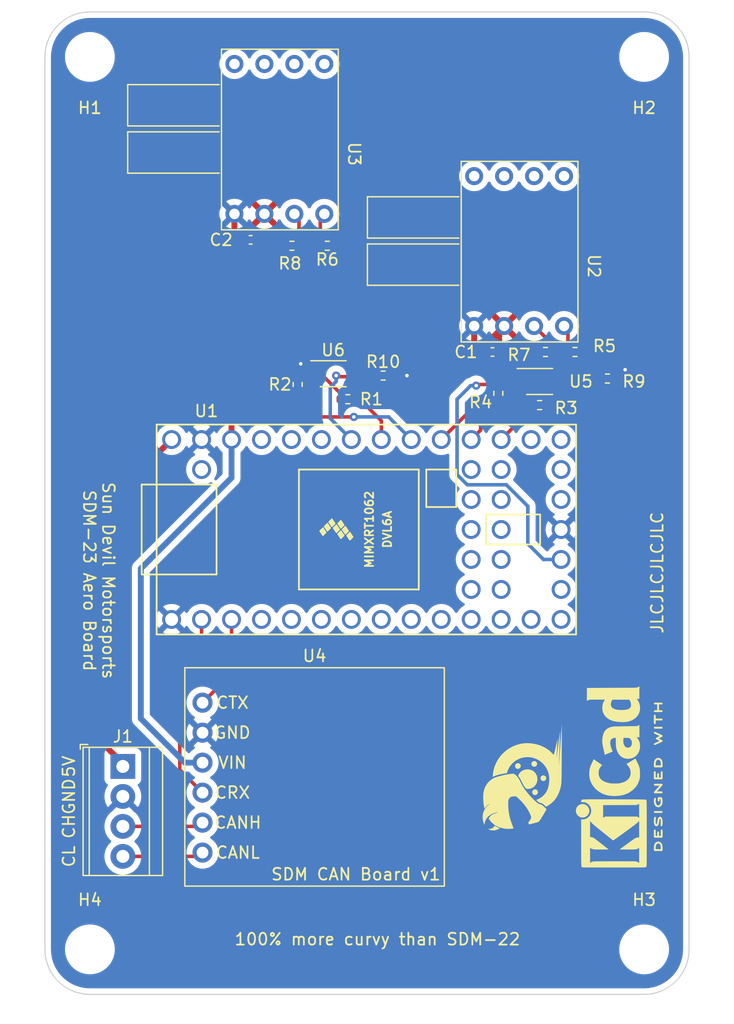
<source format=kicad_pcb>
(kicad_pcb (version 20211014) (generator pcbnew)
  (title_block (title "SDM-23 Aero Board") (date "2023-01-26") (rev "v1"))
  (layers (0 "F.Cu" signal) (31 "B.Cu" signal) (34 "B.Paste" user) (35 "F.Paste" user) (36 "B.SilkS" user "B.Silkscreen") (37 "F.SilkS" user "F.Silkscreen") (38 "B.Mask" user) (39 "F.Mask" user) (44 "Edge.Cuts" user))
  (net 0 "")
  (net 1 "+3.3V")
  (net 2 "GND")
  (net 3 "VCC")
  (net 4 "/CANH")
  (net 5 "/CANL")
  (net 6 "Net-(U1-Pad26)")
  (net 7 "Net-(U1-Pad25)")
  (net 8 "Net-(U1-Pad23)")
  (net 9 "Net-(U1-Pad24)")
  (net 17 "Net-(R5-Pad2)")
  (net 22 "Net-(R6-Pad2)")
  (net 32 "/CTX2")
  (net 33 "/CRX2")
  (net 44 "Net-(R7-Pad2)")
  (net 45 "Net-(R8-Pad2)")
  (net 46 "/OE1")
  (net 47 "/OE0")
  (net 56 "+3V3")
  (footprint "Resistor_SMD:R_0402_1005Metric_Pad0.72x0.64mm_HandSolder" (layer "F.Cu") (at 139.988 94.25)
    (fp_text reference "R10" (at 0 -1.17) (layer "F.SilkS"))
    (fp_text value "10k")
    (pad "1" smd roundrect (at -0.5975 0) (size 0.715 0.64) (layers "F.Cu" "F.Paste" "F.Mask") (net 47 "/OE0"))
    (pad "2" smd roundrect (at 0.5975 0) (size 0.715 0.64) (layers "F.Cu" "F.Paste" "F.Mask") (net 2 "GND"))
  )
  (footprint "SDM:MS4525-DSvoxxxyP" (layer "F.Cu") (at 132.425 74.25 -90)
    (fp_text reference "U3" (at 1.22 -5.11 -90 unlocked) (layer "F.SilkS"))
    (fp_text value "MS4525DO")
    (pad "1" thru_hole circle (at 6.3 5.05 270) (size 1.53 1.53) (drill 0.89) (layers *.Cu *.Mask) (net 2 "GND"))
    (pad "2" thru_hole circle (at 6.3 2.51 270) (size 1.53 1.53) (drill 0.89) (layers *.Cu *.Mask) (net 3 "VCC"))
    (pad "3" thru_hole circle (at 6.3 -0.03 270) (size 1.53 1.53) (drill 0.89) (layers *.Cu *.Mask) (net 45 "Net-(R8-Pad2)"))
    (pad "4" thru_hole circle (at 6.3 -2.57 270) (size 1.53 1.53) (drill 0.89) (layers *.Cu *.Mask) (net 22 "Net-(R6-Pad2)"))
    (pad "5" thru_hole circle (at -6.4 -2.57 270) (size 1.53 1.53) (drill 0.89) (layers *.Cu *.Mask))
    (pad "6" thru_hole circle (at -6.4 -0.03 270) (size 1.53 1.53) (drill 0.89) (layers *.Cu *.Mask))
    (pad "7" thru_hole circle (at -6.4 2.51 270) (size 1.53 1.53) (drill 0.89) (layers *.Cu *.Mask))
    (pad "8" thru_hole circle (at -6.4 5.05 270) (size 1.53 1.53) (drill 0.89) (layers *.Cu *.Mask))
  )
  (footprint "Package_SO:VSSOP-8_2.3x2mm_P0.5mm" (layer "F.Cu") (at 135.75 94.092)
    (fp_text reference "U6" (at 0 -2) (layer "F.SilkS"))
    (fp_text value "TCA9406DC")
    (pad "1" smd rect (at -1.55 -0.75 270) (size 0.3 0.8) (layers "F.Cu" "F.Paste" "F.Mask") (net 45 "Net-(R8-Pad2)"))
    (pad "2" smd rect (at -1.55 -0.25 270) (size 0.3 0.8) (layers "F.Cu" "F.Paste" "F.Mask") (net 2 "GND"))
    (pad "3" smd rect (at -1.55 0.25 270) (size 0.3 0.8) (layers "F.Cu" "F.Paste" "F.Mask") (net 1 "+3.3V"))
    (pad "4" smd rect (at -1.55 0.75 270) (size 0.3 0.8) (layers "F.Cu" "F.Paste" "F.Mask") (net 7 "Net-(U1-Pad25)"))
    (pad "5" smd rect (at 1.55 0.75 270) (size 0.3 0.8) (layers "F.Cu" "F.Paste" "F.Mask") (net 6 "Net-(U1-Pad26)"))
    (pad "6" smd rect (at 1.55 0.25 270) (size 0.3 0.8) (layers "F.Cu" "F.Paste" "F.Mask") (net 47 "/OE0"))
    (pad "7" smd rect (at 1.55 -0.25 270) (size 0.3 0.8) (layers "F.Cu" "F.Paste" "F.Mask") (net 3 "VCC"))
    (pad "8" smd rect (at 1.55 -0.75 270) (size 0.3 0.8) (layers "F.Cu" "F.Paste" "F.Mask") (net 22 "Net-(R6-Pad2)"))
  )
  (footprint "Resistor_SMD:R_0402_1005Metric_Pad0.72x0.64mm_HandSolder" (layer "F.Cu") (at 132.738 95 -90)
    (fp_text reference "R2" (at 0 1.5 180) (layer "F.SilkS"))
    (fp_text value "4.7k")
    (pad "1" smd roundrect (at -0.5975 0 270) (size 0.715 0.64) (layers "F.Cu" "F.Paste" "F.Mask") (net 1 "+3.3V"))
    (pad "2" smd roundrect (at 0.5975 0 270) (size 0.715 0.64) (layers "F.Cu" "F.Paste" "F.Mask") (net 7 "Net-(U1-Pad25)"))
  )
  (footprint "Resistor_SMD:R_0402_1005Metric_Pad0.72x0.64mm_HandSolder" (layer "F.Cu") (at 149.75 95.75 -90)
    (fp_text reference "R4" (at 0.75 1.5 180) (layer "F.SilkS"))
    (fp_text value "4.7k")
    (pad "1" smd roundrect (at -0.5975 0 270) (size 0.715 0.64) (layers "F.Cu" "F.Paste" "F.Mask") (net 56 "+3V3"))
    (pad "2" smd roundrect (at 0.5975 0 270) (size 0.715 0.64) (layers "F.Cu" "F.Paste" "F.Mask") (net 9 "Net-(U1-Pad24)"))
  )
  (footprint "SDM:MS4525-DSvoxxxyP" (layer "F.Cu") (at 152.75 83.75 -90)
    (fp_text reference "U2" (at 1.22 -5.11 -90 unlocked) (layer "F.SilkS"))
    (fp_text value "MS4525DO")
    (pad "1" thru_hole circle (at 6.3 5.05 270) (size 1.53 1.53) (drill 0.89) (layers *.Cu *.Mask) (net 2 "GND"))
    (pad "2" thru_hole circle (at 6.3 2.51 270) (size 1.53 1.53) (drill 0.89) (layers *.Cu *.Mask) (net 3 "VCC"))
    (pad "3" thru_hole circle (at 6.3 -0.03 270) (size 1.53 1.53) (drill 0.89) (layers *.Cu *.Mask) (net 44 "Net-(R7-Pad2)"))
    (pad "4" thru_hole circle (at 6.3 -2.57 270) (size 1.53 1.53) (drill 0.89) (layers *.Cu *.Mask) (net 17 "Net-(R5-Pad2)"))
    (pad "5" thru_hole circle (at -6.4 -2.57 270) (size 1.53 1.53) (drill 0.89) (layers *.Cu *.Mask))
    (pad "6" thru_hole circle (at -6.4 -0.03 270) (size 1.53 1.53) (drill 0.89) (layers *.Cu *.Mask))
    (pad "7" thru_hole circle (at -6.4 2.51 270) (size 1.53 1.53) (drill 0.89) (layers *.Cu *.Mask))
    (pad "8" thru_hole circle (at -6.4 5.05 270) (size 1.53 1.53) (drill 0.89) (layers *.Cu *.Mask))
  )
  (footprint "MountingHole:MountingHole_3.2mm_M3" (layer "F.Cu") (at 162.11 67.25)
    (fp_text reference "H2" (at 0 4.318) (layer "F.SilkS"))
    (fp_text value "M3")
    (pad "" np_thru_hole circle (at 0 0) (size 3.2 3.2) (drill 3.2) (layers *.Cu *.Mask))
  )
  (footprint "Capacitor_SMD:C_0402_1005Metric_Pad0.74x0.62mm_HandSolder" (layer "F.Cu") (at 149.25 92.25)
    (fp_text reference "C1" (at -2.25 0) (layer "F.SilkS"))
    (fp_text value "100nF")
    (pad "1" smd roundrect (at -0.5675 0) (size 0.735 0.62) (layers "F.Cu" "F.Paste" "F.Mask") (net 2 "GND"))
    (pad "2" smd roundrect (at 0.5675 0) (size 0.735 0.62) (layers "F.Cu" "F.Paste" "F.Mask") (net 3 "VCC"))
  )
  (footprint "TerminalBlock_TE-Connectivity:TerminalBlock_TE_282834-4_1x04_P2.54mm_Horizontal" (layer "F.Cu") (at 117.914 127.361 -90)
    (fp_text reference "J1" (at -2.535 0) (layer "F.SilkS"))
    (fp_text value "CAN Connection")
    (pad "1" thru_hole rect (at 0 0 270) (size 2.1 2.1) (drill 1.1) (layers *.Cu *.Mask) (net 3 "VCC"))
    (pad "2" thru_hole circle (at 2.54 0 270) (size 2.1 2.1) (drill 1.1) (layers *.Cu *.Mask) (net 2 "GND"))
    (pad "3" thru_hole circle (at 5.08 0 270) (size 2.1 2.1) (drill 1.1) (layers *.Cu *.Mask) (net 4 "/CANH"))
    (pad "4" thru_hole circle (at 7.62 0 270) (size 2.1 2.1) (drill 1.1) (layers *.Cu *.Mask) (net 5 "/CANL"))
  )
  (footprint "Teensy:Teensy40" (layer "F.Cu") (at 138.56 107.288)
    (fp_text reference "U1" (at -13.56 -10.038) (layer "F.SilkS"))
    (fp_text value "Teensy4.0")
    (fp_text user "DVL6A" (at 1.778 0 90) (layer "F.SilkS") (effects (font (size 0.7 0.7))))
    (fp_text user "MIMXRT1062" (at 0.254 0 90) (layer "F.SilkS") (effects (font (size 0.7 0.7))))
    (pad "1" thru_hole circle locked (at -16.51 7.62) (size 1.6 1.6) (drill 1.1) (layers *.Cu *.Mask) (net 2 "GND"))
    (pad "2" thru_hole circle locked (at -13.97 7.62) (size 1.6 1.6) (drill 1.1) (layers *.Cu *.Mask) (net 33 "/CRX2"))
    (pad "3" thru_hole circle locked (at -11.43 7.62) (size 1.6 1.6) (drill 1.1) (layers *.Cu *.Mask) (net 32 "/CTX2"))
    (pad "4" thru_hole circle locked (at -8.89 7.62) (size 1.6 1.6) (drill 1.1) (layers *.Cu *.Mask))
    (pad "5" thru_hole circle locked (at -6.35 7.62) (size 1.6 1.6) (drill 1.1) (layers *.Cu *.Mask))
    (pad "6" thru_hole circle locked (at -3.81 7.62) (size 1.6 1.6) (drill 1.1) (layers *.Cu *.Mask))
    (pad "7" thru_hole circle locked (at -1.27 7.62) (size 1.6 1.6) (drill 1.1) (layers *.Cu *.Mask))
    (pad "8" thru_hole circle locked (at 1.27 7.62) (size 1.6 1.6) (drill 1.1) (layers *.Cu *.Mask))
    (pad "9" thru_hole circle locked (at 3.81 7.62) (size 1.6 1.6) (drill 1.1) (layers *.Cu *.Mask))
    (pad "10" thru_hole circle locked (at 6.35 7.62) (size 1.6 1.6) (drill 1.1) (layers *.Cu *.Mask))
    (pad "11" thru_hole circle locked (at 8.89 7.62) (size 1.6 1.6) (drill 1.1) (layers *.Cu *.Mask))
    (pad "12" thru_hole circle locked (at 11.43 7.62) (size 1.6 1.6) (drill 1.1) (layers *.Cu *.Mask))
    (pad "13" thru_hole circle locked (at 13.97 7.62) (size 1.6 1.6) (drill 1.1) (layers *.Cu *.Mask))
    (pad "14" thru_hole circle locked (at 16.51 7.62) (size 1.6 1.6) (drill 1.1) (layers *.Cu *.Mask))
    (pad "15" thru_hole circle locked (at 16.51 5.08) (size 1.6 1.6) (drill 1.1) (layers *.Cu *.Mask))
    (pad "16" thru_hole circle locked (at 16.51 2.54) (size 1.6 1.6) (drill 1.1) (layers *.Cu *.Mask) (net 56 "+3V3"))
    (pad "17" thru_hole circle locked (at 16.51 0) (size 1.6 1.6) (drill 1.1) (layers *.Cu *.Mask) (net 2 "GND"))
    (pad "18" thru_hole circle locked (at 16.51 -2.54) (size 1.6 1.6) (drill 1.1) (layers *.Cu *.Mask))
    (pad "19" thru_hole circle locked (at 16.51 -5.08) (size 1.6 1.6) (drill 1.1) (layers *.Cu *.Mask))
    (pad "20" thru_hole circle locked (at 16.51 -7.62) (size 1.6 1.6) (drill 1.1) (layers *.Cu *.Mask))
    (pad "21" thru_hole circle locked (at 13.97 -7.62) (size 1.6 1.6) (drill 1.1) (layers *.Cu *.Mask))
    (pad "22" thru_hole circle locked (at 11.43 -7.62) (size 1.6 1.6) (drill 1.1) (layers *.Cu *.Mask) (net 46 "/OE1"))
    (pad "23" thru_hole circle locked (at 8.89 -7.62) (size 1.6 1.6) (drill 1.1) (layers *.Cu *.Mask) (net 8 "Net-(U1-Pad23)"))
    (pad "24" thru_hole circle locked (at 6.35 -7.62) (size 1.6 1.6) (drill 1.1) (layers *.Cu *.Mask) (net 9 "Net-(U1-Pad24)"))
    (pad "25" thru_hole circle locked (at 3.81 -7.62) (size 1.6 1.6) (drill 1.1) (layers *.Cu *.Mask) (net 7 "Net-(U1-Pad25)"))
    (pad "26" thru_hole circle locked (at 1.27 -7.62) (size 1.6 1.6) (drill 1.1) (layers *.Cu *.Mask) (net 6 "Net-(U1-Pad26)"))
    (pad "27" thru_hole circle locked (at -1.27 -7.62) (size 1.6 1.6) (drill 1.1) (layers *.Cu *.Mask) (net 47 "/OE0"))
    (pad "28" thru_hole circle locked (at -3.81 -7.62) (size 1.6 1.6) (drill 1.1) (layers *.Cu *.Mask))
    (pad "29" thru_hole circle locked (at -6.35 -7.62) (size 1.6 1.6) (drill 1.1) (layers *.Cu *.Mask))
    (pad "30" thru_hole circle locked (at -8.89 -7.62) (size 1.6 1.6) (drill 1.1) (layers *.Cu *.Mask))
    (pad "31" thru_hole circle locked (at -11.43 -7.62) (size 1.6 1.6) (drill 1.1) (layers *.Cu *.Mask) (net 1 "+3.3V"))
    (pad "32" thru_hole circle locked (at -13.97 -7.62) (size 1.6 1.6) (drill 1.1) (layers *.Cu *.Mask) (net 2 "GND"))
    (pad "33" thru_hole circle locked (at -16.51 -7.62) (size 1.6 1.6) (drill 1.1) (layers *.Cu *.Mask) (net 3 "VCC"))
    (pad "34" thru_hole circle locked (at -13.97 -5.08) (size 1.6 1.6) (drill 1.1) (layers *.Cu *.Mask))
    (pad "35" thru_hole circle locked (at 11.43 -5.08) (size 1.6 1.6) (drill 1.1) (layers *.Cu *.Mask))
    (pad "36" thru_hole circle locked (at 8.89 -5.08) (size 1.6 1.6) (drill 1.1) (layers *.Cu *.Mask))
    (pad "37" thru_hole circle locked (at 11.43 -2.54) (size 1.6 1.6) (drill 1.1) (layers *.Cu *.Mask))
    (pad "38" thru_hole circle locked (at 8.89 -2.54) (size 1.6 1.6) (drill 1.1) (layers *.Cu *.Mask))
    (pad "39" thru_hole circle locked (at 11.43 0) (size 1.6 1.6) (drill 1.1) (layers *.Cu *.Mask))
    (pad "40" thru_hole circle locked (at 8.89 0) (size 1.6 1.6) (drill 1.1) (layers *.Cu *.Mask))
    (pad "41" thru_hole circle locked (at 11.43 2.54) (size 1.6 1.6) (drill 1.1) (layers *.Cu *.Mask))
    (pad "42" thru_hole circle locked (at 8.89 2.54) (size 1.6 1.6) (drill 1.1) (layers *.Cu *.Mask))
    (pad "43" thru_hole circle locked (at 11.43 5.08) (size 1.6 1.6) (drill 1.1) (layers *.Cu *.Mask))
    (pad "44" thru_hole circle locked (at 8.89 5.08) (size 1.6 1.6) (drill 1.1) (layers *.Cu *.Mask))
  )
  (footprint "Resistor_SMD:R_0402_1005Metric_Pad0.72x0.64mm_HandSolder" (layer "F.Cu") (at 135.25 83.25 180)
    (fp_text reference "R6" (at 0 -1.17) (layer "F.SilkS"))
    (fp_text value "4.7k")
    (pad "1" smd roundrect (at -0.5975 0 180) (size 0.715 0.64) (layers "F.Cu" "F.Paste" "F.Mask") (net 3 "VCC"))
    (pad "2" smd roundrect (at 0.5975 0 180) (size 0.715 0.64) (layers "F.Cu" "F.Paste" "F.Mask") (net 22 "Net-(R6-Pad2)"))
  )
  (footprint "MountingHole:MountingHole_3.2mm_M3" (layer "F.Cu") (at 115.12 142.86)
    (fp_text reference "H4" (at 0 -4.2) (layer "F.SilkS"))
    (fp_text value "M3")
    (pad "" np_thru_hole circle (at 0 0) (size 3.2 3.2) (drill 3.2) (layers *.Cu *.Mask))
  )
  (footprint "MountingHole:MountingHole_3.2mm_M3" (layer "F.Cu") (at 115.12 67.25)
    (fp_text reference "H1" (at 0 4.318) (layer "F.SilkS"))
    (fp_text value "M3")
    (pad "" np_thru_hole circle (at 0 0) (size 3.2 3.2) (drill 3.2) (layers *.Cu *.Mask))
  )
  (footprint "SDM:SDM_CANBoard_v1" (layer "F.Cu") (at 134.17 120)
    (fp_text reference "U4" (at 0 -2 unlocked) (layer "F.SilkS"))
    (fp_text value "SN65HVD230_CAN_Transceiver")
    (fp_text user "CRX" (at -6.96 9.58 unlocked) (layer "F.SilkS"))
    (fp_text user "SDM CAN Board v1" (at 3.5 16.5 unlocked) (layer "F.SilkS"))
    (fp_text user "GND" (at -6.96 4.5 unlocked) (layer "F.SilkS"))
    (fp_text user "CANH" (at -6.5 12.12 unlocked) (layer "F.SilkS"))
    (fp_text user "VIN" (at -6.96 7.04 unlocked) (layer "F.SilkS"))
    (fp_text user "CTX" (at -6.96 1.96 unlocked) (layer "F.SilkS"))
    (fp_text user "CANL" (at -6.5 14.66 unlocked) (layer "F.SilkS"))
    (pad "1" thru_hole circle (at -9.5 1.96) (size 1.7 1.7) (drill 1) (layers *.Cu *.Mask) (net 32 "/CTX2"))
    (pad "2" thru_hole circle (at -9.5 4.5) (size 1.7 1.7) (drill 1) (layers *.Cu *.Mask) (net 2 "GND"))
    (pad "3" thru_hole circle (at -9.5 7.04) (size 1.7 1.7) (drill 1) (layers *.Cu *.Mask) (net 1 "+3.3V"))
    (pad "4" thru_hole circle (at -9.5 9.58) (size 1.7 1.7) (drill 1) (layers *.Cu *.Mask) (net 33 "/CRX2"))
    (pad "5" thru_hole circle (at -9.5 12.12) (size 1.7 1.7) (drill 1) (layers *.Cu *.Mask) (net 4 "/CANH"))
    (pad "6" thru_hole circle (at -9.5 14.66) (size 1.7 1.7) (drill 1) (layers *.Cu *.Mask) (net 5 "/CANL"))
  )
  (footprint "Resistor_SMD:R_0402_1005Metric_Pad0.72x0.64mm_HandSolder" (layer "F.Cu") (at 153.75 92.25)
    (fp_text reference "R7" (at -2.25 0.25) (layer "F.SilkS"))
    (fp_text value "4.7k")
    (pad "1" smd roundrect (at -0.5975 0) (size 0.715 0.64) (layers "F.Cu" "F.Paste" "F.Mask") (net 3 "VCC"))
    (pad "2" smd roundrect (at 0.5975 0) (size 0.715 0.64) (layers "F.Cu" "F.Paste" "F.Mask") (net 44 "Net-(R7-Pad2)"))
  )
  (footprint "Resistor_SMD:R_0402_1005Metric_Pad0.72x0.64mm_HandSolder" (layer "F.Cu") (at 136.988 96.25)
    (fp_text reference "R1" (at 2 0) (layer "F.SilkS"))
    (fp_text value "4.7k")
    (pad "1" smd roundrect (at -0.5975 0) (size 0.715 0.64) (layers "F.Cu" "F.Paste" "F.Mask") (net 1 "+3.3V"))
    (pad "2" smd roundrect (at 0.5975 0) (size 0.715 0.64) (layers "F.Cu" "F.Paste" "F.Mask") (net 6 "Net-(U1-Pad26)"))
  )
  (footprint "SDM:Logo" (layer "F.Cu") (at 151.75 128.25 90)
    (fp_text reference "G***" hide)
    (fp_text value "LOGO" hide)
  )
  (footprint "Resistor_SMD:R_0402_1005Metric_Pad0.72x0.64mm_HandSolder" (layer "F.Cu") (at 156.25 92.25 180)
    (fp_text reference "R5" (at -2.5 0.5) (layer "F.SilkS"))
    (fp_text value "4.7k")
    (pad "1" smd roundrect (at -0.5975 0 180) (size 0.715 0.64) (layers "F.Cu" "F.Paste" "F.Mask") (net 3 "VCC"))
    (pad "2" smd roundrect (at 0.5975 0 180) (size 0.715 0.64) (layers "F.Cu" "F.Paste" "F.Mask") (net 17 "Net-(R5-Pad2)"))
  )
  (footprint "MountingHole:MountingHole_3.2mm_M3" (layer "F.Cu") (at 162.11 142.86)
    (fp_text reference "H3" (at 0 -4.2) (layer "F.SilkS"))
    (fp_text value "M3")
    (pad "" np_thru_hole circle (at 0 0) (size 3.2 3.2) (drill 3.2) (layers *.Cu *.Mask))
  )
  (footprint "Resistor_SMD:R_0402_1005Metric_Pad0.72x0.64mm_HandSolder" (layer "F.Cu") (at 153.25 96.75)
    (fp_text reference "R3" (at 2.25 0.25) (layer "F.SilkS"))
    (fp_text value "4.7k")
    (pad "1" smd roundrect (at -0.5975 0) (size 0.715 0.64) (layers "F.Cu" "F.Paste" "F.Mask") (net 56 "+3V3"))
    (pad "2" smd roundrect (at 0.5975 0) (size 0.715 0.64) (layers "F.Cu" "F.Paste" "F.Mask") (net 8 "Net-(U1-Pad23)"))
  )
  (footprint "Resistor_SMD:R_0402_1005Metric_Pad0.72x0.64mm_HandSolder" (layer "F.Cu") (at 132.25 83.25)
    (fp_text reference "R8" (at -0.167621 1.5) (layer "F.SilkS"))
    (fp_text value "4.7k")
    (pad "1" smd roundrect (at -0.5975 0) (size 0.715 0.64) (layers "F.Cu" "F.Paste" "F.Mask") (net 3 "VCC"))
    (pad "2" smd roundrect (at 0.5975 0) (size 0.715 0.64) (layers "F.Cu" "F.Paste" "F.Mask") (net 45 "Net-(R8-Pad2)"))
  )
  (footprint "Symbol:KiCad-Logo2_6mm_SilkScreen" (layer "F.Cu") (at 159.304848 128.257487 90)
    (fp_text reference "REF**" hide)
    (fp_text value "KiCad-Logo2_6mm_SilkScreen" hide)
  )
  (footprint "Capacitor_SMD:C_0402_1005Metric_Pad0.74x0.62mm_HandSolder" (layer "F.Cu") (at 128.75 82.75)
    (fp_text reference "C2" (at -2.5 0) (layer "F.SilkS"))
    (fp_text value "100nF")
    (pad "1" smd roundrect (at -0.5675 0) (size 0.735 0.62) (layers "F.Cu" "F.Paste" "F.Mask") (net 2 "GND"))
    (pad "2" smd roundrect (at 0.5675 0) (size 0.735 0.62) (layers "F.Cu" "F.Paste" "F.Mask") (net 3 "VCC"))
  )
  (footprint "Package_SO:VSSOP-8_2.3x2mm_P0.5mm" (layer "F.Cu") (at 153.25 94.75)
    (fp_text reference "U5" (at 3.5 0) (layer "F.SilkS"))
    (fp_text value "TCA9406DC")
    (pad "1" smd rect (at -1.55 -0.75 270) (size 0.3 0.8) (layers "F.Cu" "F.Paste" "F.Mask") (net 44 "Net-(R7-Pad2)"))
    (pad "2" smd rect (at -1.55 -0.25 270) (size 0.3 0.8) (layers "F.Cu" "F.Paste" "F.Mask") (net 2 "GND"))
    (pad "3" smd rect (at -1.55 0.25 270) (size 0.3 0.8) (layers "F.Cu" "F.Paste" "F.Mask") (net 56 "+3V3"))
    (pad "4" smd rect (at -1.55 0.75 270) (size 0.3 0.8) (layers "F.Cu" "F.Paste" "F.Mask") (net 9 "Net-(U1-Pad24)"))
    (pad "5" smd rect (at 1.55 0.75 270) (size 0.3 0.8) (layers "F.Cu" "F.Paste" "F.Mask") (net 8 "Net-(U1-Pad23)"))
    (pad "6" smd rect (at 1.55 0.25 270) (size 0.3 0.8) (layers "F.Cu" "F.Paste" "F.Mask") (net 46 "/OE1"))
    (pad "7" smd rect (at 1.55 -0.25 270) (size 0.3 0.8) (layers "F.Cu" "F.Paste" "F.Mask") (net 3 "VCC"))
    (pad "8" smd rect (at 1.55 -0.75 270) (size 0.3 0.8) (layers "F.Cu" "F.Paste" "F.Mask") (net 17 "Net-(R5-Pad2)"))
  )
  (footprint "Resistor_SMD:R_0402_1005Metric_Pad0.72x0.64mm_HandSolder" (layer "F.Cu") (at 159 94.5)
    (fp_text reference "R9" (at 2.25 0.25) (layer "F.SilkS"))
    (fp_text value "10k")
    (pad "1" smd roundrect (at -0.5975 0) (size 0.715 0.64) (layers "F.Cu" "F.Paste" "F.Mask") (net 46 "/OE1"))
    (pad "2" smd roundrect (at 0.5975 0) (size 0.715 0.64) (layers "F.Cu" "F.Paste" "F.Mask") (net 2 "GND"))
  )
  (gr_arc (start 115.12 146.67) (mid 112.425923 145.554077) (end 111.31 142.86) (layer "Edge.Cuts") (width 0.1))
  (gr_line (start 111.31 142.86) (end 111.31 67.25) (layer "Edge.Cuts") (width 0.1))
  (gr_line (start 115.12 146.67) (end 162.11 146.67) (layer "Edge.Cuts") (width 0.1))
  (gr_arc (start 111.31 67.25) (mid 112.425923 64.555923) (end 115.12 63.44) (layer "Edge.Cuts") (width 0.1))
  (gr_line (start 162.11 63.44) (end 115.12 63.44) (layer "Edge.Cuts") (width 0.1))
  (gr_line (start 165.92 67.25) (end 165.92 142.86) (layer "Edge.Cuts") (width 0.1))
  (gr_arc (start 162.11 63.44) (mid 164.804077 64.555923) (end 165.92 67.25) (layer "Edge.Cuts") (width 0.1))
  (gr_arc (start 165.92 142.86) (mid 164.804077 145.554077) (end 162.11 146.67) (layer "Edge.Cuts") (width 0.1))
  (gr_text "JLCJLCJLCJLC" (at 163.22 110.95 90) (layer "F.SilkS") (effects (font (size 1 1))))
  (gr_text "GND" (at 113.342 129.906 90) (layer "F.SilkS") (effects (font (size 1 1))))
  (gr_text "CH" (at 113.342 132.446 90) (layer "F.SilkS") (effects (font (size 1 1))))
  (gr_text "CL" (at 113.342 134.986 90) (layer "F.SilkS") (effects (font (size 1 1))))
  (gr_text "100% more curvy than SDM-22" (at 139.5 142) (layer "F.SilkS") (effects (font (size 1 1))))
  (gr_text "5V" (at 113.342 127.366 90) (layer "F.SilkS") (effects (font (size 1 1))))
  (gr_text "Sun Devil Motorsports\nSDM-23 Aero Board" (at 115.882 111.618 270) (layer "F.SilkS") (effects (font (size 1 1))))
  (segment (start 130.0975 94.4025) (end 132.738 94.4025) (width 0.5) (layer "F.Cu") (net 1))
  (segment (start 136.3905 95.7825) (end 136.3905 96.25) (width 0.3) (layer "F.Cu") (net 1))
  (segment (start 134.2 94.342) (end 134.95 94.342) (width 0.3) (layer "F.Cu") (net 1))
  (segment (start 134.95 94.342) (end 136.3905 95.7825) (width 0.3) (layer "F.Cu") (net 1))
  (segment (start 132.7985 94.342) (end 134.2 94.342) (width 0.3) (layer "F.Cu") (net 1))
  (segment (start 127.13 97.37) (end 130.0975 94.4025) (width 0.5) (layer "F.Cu") (net 1))
  (segment (start 132.738 94.4025) (end 132.7985 94.342) (width 0.3) (layer "F.Cu") (net 1))
  (segment (start 127.13 99.668) (end 127.13 97.37) (width 0.5) (layer "F.Cu") (net 1))
  (segment (start 124.67 127.04) (end 123.176 127.04) (width 0.5) (layer "B.Cu") (net 1))
  (segment (start 127.13 102.91) (end 127.13 99.668) (width 0.5) (layer "B.Cu") (net 1))
  (segment (start 123.176 127.04) (end 119.438 123.302) (width 0.5) (layer "B.Cu") (net 1))
  (segment (start 119.438 123.302) (end 119.438 110.602) (width 0.5) (layer "B.Cu") (net 1))
  (segment (start 119.438 110.602) (end 127.13 102.91) (width 0.5) (layer "B.Cu") (net 1))
  (segment (start 140.5855 94.25) (end 142 94.25) (width 0.5) (layer "F.Cu") (net 2))
  (segment (start 159.75 94.5) (end 160.5 93.75) (width 0.5) (layer "F.Cu") (net 2))
  (segment (start 151.7 94.5) (end 150.5 94.5) (width 0.3) (layer "F.Cu") (net 2))
  (segment (start 128 82.75) (end 127.375 82.125) (width 0.5) (layer "F.Cu") (net 2))
  (segment (start 147.7 91.95) (end 148 92.25) (width 0.5) (layer "F.Cu") (net 2))
  (segment (start 147.7 90.05) (end 147.7 91.95) (width 0.5) (layer "F.Cu") (net 2))
  (segment (start 128.1825 82.75) (end 128 82.75) (width 0.5) (layer "F.Cu") (net 2))
  (segment (start 127.375 82.125) (end 127.375 80.55) (width 0.5) (layer "F.Cu") (net 2))
  (segment (start 148.6825 92.6825) (end 148.6825 92.25) (width 0.3) (layer "F.Cu") (net 2))
  (segment (start 159.5975 94.5) (end 159.75 94.5) (width 0.5) (layer "F.Cu") (net 2))
  (segment (start 134.2 93.842) (end 133.592 93.842) (width 0.3) (layer "F.Cu") (net 2))
  (segment (start 148.6825 92.25) (end 148 92.25) (width 0.5) (layer "F.Cu") (net 2))
  (segment (start 133.592 93.842) (end 133 93.25) (width 0.3) (layer "F.Cu") (net 2))
  (segment (start 150.5 94.5) (end 148.6825 92.6825) (width 0.3) (layer "F.Cu") (net 2))
  (via (at 160.5 93.75) (size 0.7) (drill 0.3) (layers "F.Cu" "B.Cu") (net 2))
  (via (at 133 93.25) (size 0.7) (drill 0.3) (layers "F.Cu" "B.Cu") (net 2))
  (via (at 142 94.25) (size 0.7) (drill 0.3) (layers "F.Cu" "B.Cu") (net 2))
  (segment (start 137.3 93.842) (end 138.05 93.842) (width 0.3) (layer "F.Cu") (net 3))
  (segment (start 117.914 127.112) (end 115.12 124.318) (width 0.5) (layer "F.Cu") (net 3))
  (segment (start 115.12 106.598) (end 122.05 99.668) (width 0.5) (layer "F.Cu") (net 3))
  (segment (start 115.12 107.3) (end 115.12 88.88) (width 0.5) (layer "F.Cu") (net 3))
  (segment (start 156.8475 93.9025) (end 156.25 94.5) (width 0.3) (layer "F.Cu") (net 3))
  (segment (start 149.8175 90.4725) (end 150.24 90.05) (width 0.5) (layer "F.Cu") (net 3))
  (segment (start 128 86) (end 128.75 86) (width 0.5) (layer "F.Cu") (net 3))
  (segment (start 115.12 107.3) (end 115.12 106.598) (width 0.5) (layer "F.Cu") (net 3))
  (segment (start 149.8175 92.25) (end 149.8175 90.4725) (width 0.5) (layer "F.Cu") (net 3))
  (segment (start 128.75 86) (end 129.25 85.5) (width 0.5) (layer "F.Cu") (net 3))
  (segment (start 115.12 124.318) (end 115.12 107.3) (width 0.5) (layer "F.Cu") (net 3))
  (segment (start 118.5 86) (end 128 86) (width 0.5) (layer "F.Cu") (net 3))
  (segment (start 140.25 91.642) (end 140.25 90.25) (width 0.3) (layer "F.Cu") (net 3))
  (segment (start 117.914 127.361) (end 117.914 127.112) (width 0.5) (layer "F.Cu") (net 3))
  (segment (start 115.12 88.88) (end 118 86) (width 0.5) (layer "F.Cu") (net 3))
  (segment (start 138.05 93.842) (end 140.25 91.642) (width 0.3) (layer "F.Cu") (net 3))
  (segment (start 156.25 94.5) (end 154.8 94.5) (width 0.3) (layer "F.Cu") (net 3))
  (segment (start 118 86) (end 118.5 86) (width 0.5) (layer "F.Cu") (net 3))
  (segment (start 156.8475 92.25) (end 156.8475 93.9025) (width 0.3) (layer "F.Cu") (net 3))
  (segment (start 124.349 132.441) (end 124.67 132.12) (width 0.3) (layer "F.Cu") (net 4))
  (segment (start 117.914 132.441) (end 124.349 132.441) (width 0.3) (layer "F.Cu") (net 4))
  (segment (start 124.349 134.981) (end 124.67 134.66) (width 0.3) (layer "F.Cu") (net 5))
  (segment (start 117.914 134.981) (end 124.349 134.981) (width 0.3) (layer "F.Cu") (net 5))
  (segment (start 139.83 98.08) (end 139.83 99.668) (width 0.3) (layer "F.Cu") (net 6))
  (segment (start 137.3 95.9645) (end 137.5855 96.25) (width 0.3) (layer "F.Cu") (net 6))
  (segment (start 137.5855 96.25) (end 138 96.25) (width 0.3) (layer "F.Cu") (net 6))
  (segment (start 138 96.25) (end 139.83 98.08) (width 0.3) (layer "F.Cu") (net 6))
  (segment (start 137.3 94.842) (end 137.3 95.9645) (width 0.3) (layer "F.Cu") (net 6))
  (segment (start 132.738 95.5975) (end 133.4445 95.5975) (width 0.3) (layer "F.Cu") (net 7))
  (segment (start 133.25 96.75) (end 134.25 97.75) (width 0.3) (layer "F.Cu") (net 7))
  (segment (start 132.738 95.5975) (end 132.738 96.238) (width 0.3) (layer "F.Cu") (net 7))
  (segment (start 134.25 97.75) (end 137.25 97.75) (width 0.3) (layer "F.Cu") (net 7))
  (segment (start 137.25 97.75) (end 137.5 97.75) (width 0.3) (layer "F.Cu") (net 7))
  (segment (start 132.738 96.238) (end 133.25 96.75) (width 0.3) (layer "F.Cu") (net 7))
  (segment (start 133.4445 95.5975) (end 134.2 94.842) (width 0.3) (layer "F.Cu") (net 7))
  (via (at 137.5 97.75) (size 0.7) (drill 0.3) (layers "F.Cu" "B.Cu") (net 7))
  (segment (start 140.452 97.75) (end 142.37 99.668) (width 0.3) (layer "B.Cu") (net 7))
  (segment (start 137.5 97.75) (end 140.452 97.75) (width 0.3) (layer "B.Cu") (net 7))
  (segment (start 153.8475 96.75) (end 153.0975 97.5) (width 0.3) (layer "F.Cu") (net 8))
  (segment (start 154.8 95.7975) (end 153.8475 96.75) (width 0.3) (layer "F.Cu") (net 8))
  (segment (start 148.25 98) (end 148.249999 98.868001) (width 0.3) (layer "F.Cu") (net 8))
  (segment (start 154.8 95.5) (end 154.8 95.7975) (width 0.3) (layer "F.Cu") (net 8))
  (segment (start 148.75 97.5) (end 148.25 98) (width 0.3) (layer "F.Cu") (net 8))
  (segment (start 153.0975 97.5) (end 148.75 97.5) (width 0.3) (layer "F.Cu") (net 8))
  (segment (start 148.249999 98.868001) (end 147.45 99.668) (width 0.3) (layer "F.Cu") (net 8))
  (segment (start 150.8525 96.3475) (end 149.75 96.3475) (width 0.3) (layer "F.Cu") (net 9))
  (segment (start 149.75 96.3475) (end 148.2305 96.3475) (width 0.3) (layer "F.Cu") (net 9))
  (segment (start 151.7 95.5) (end 150.8525 96.3475) (width 0.3) (layer "F.Cu") (net 9))
  (segment (start 148.2305 96.3475) (end 144.91 99.668) (width 0.3) (layer "F.Cu") (net 9))
  (segment (start 155.6525 90.3825) (end 155.32 90.05) (width 0.3) (layer "F.Cu") (net 17))
  (segment (start 155.6525 92.25) (end 155.6525 90.3825) (width 0.3) (layer "F.Cu") (net 17))
  (segment (start 155.6525 92.25) (end 155.6525 93.1475) (width 0.3) (layer "F.Cu") (net 17))
  (segment (start 155.6525 93.1475) (end 154.8 94) (width 0.3) (layer "F.Cu") (net 17))
  (segment (start 137.3 87.8) (end 134.6525 85.1525) (width 0.3) (layer "F.Cu") (net 22))
  (segment (start 134.6525 80.8925) (end 134.995 80.55) (width 0.3) (layer "F.Cu") (net 22))
  (segment (start 137.3 93.342) (end 137.3 87.8) (width 0.3) (layer "F.Cu") (net 22))
  (segment (start 134.6525 83.25) (end 134.6525 85.1525) (width 0.3) (layer "F.Cu") (net 22))
  (segment (start 134.6525 83.25) (end 134.6525 80.8925) (width 0.3) (layer "F.Cu") (net 22))
  (segment (start 124.67 121.96) (end 127.13 119.5) (width 0.3) (layer "F.Cu") (net 32))
  (segment (start 127.13 119.5) (end 127.13 114.908) (width 0.3) (layer "F.Cu") (net 32))
  (segment (start 122.74 127.65) (end 122.74 118.984) (width 0.3) (layer "F.Cu") (net 33))
  (segment (start 122.74 118.984) (end 124.59 117.134) (width 0.3) (layer "F.Cu") (net 33))
  (segment (start 124.59 117.134) (end 124.59 114.908) (width 0.3) (layer "F.Cu") (net 33))
  (segment (start 124.67 129.58) (end 122.74 127.65) (width 0.3) (layer "F.Cu") (net 33))
  (segment (start 154.3475 92.25) (end 152.5975 94) (width 0.3) (layer "F.Cu") (net 44))
  (segment (start 152.5975 94) (end 151.7 94) (width 0.3) (layer "F.Cu") (net 44))
  (segment (start 154.3475 92.25) (end 154.3475 91.6175) (width 0.3) (layer "F.Cu") (net 44))
  (segment (start 154.3475 91.6175) (end 152.78 90.05) (width 0.3) (layer "F.Cu") (net 44))
  (segment (start 132.8475 84.8475) (end 134.2 86.2) (width 0.3) (layer "F.Cu") (net 45))
  (segment (start 132.8475 80.9425) (end 132.455 80.55) (width 0.3) (layer "F.Cu") (net 45))
  (segment (start 134.2 86.2) (end 134.2 93.342) (width 0.3) (layer "F.Cu") (net 45))
  (segment (start 132.8475 83.25) (end 132.8475 80.9425) (width 0.3) (layer "F.Cu") (net 45))
  (segment (start 132.8475 83.25) (end 132.8475 84.8475) (width 0.3) (layer "F.Cu") (net 45))
  (segment (start 157.25 95) (end 157.5 95) (width 0.3) (layer "F.Cu") (net 46))
  (segment (start 154.8 95) (end 157.5 95) (width 0.3) (layer "F.Cu") (net 46))
  (segment (start 157.9025 95) (end 158.4025 94.5) (width 0.3) (layer "F.Cu") (net 46))
  (segment (start 149.99 99.668) (end 151.438 98.22) (width 0.3) (layer "F.Cu") (net 46))
  (segment (start 154.03 98.22) (end 157.25 95) (width 0.3) (layer "F.Cu") (net 46))
  (segment (start 157.5 95) (end 157.9025 95) (width 0.3) (layer "F.Cu") (net 46))
  (segment (start 151.438 98.22) (end 154.03 98.22) (width 0.3) (layer "F.Cu") (net 46))
  (segment (start 137.3 94.342) (end 136.092 94.342) (width 0.3) (layer "F.Cu") (net 47))
  (segment (start 136.092 94.342) (end 136 94.25) (width 0.3) (layer "F.Cu") (net 47))
  (segment (start 139.2985 94.342) (end 137.3 94.342) (width 0.3) (layer "F.Cu") (net 47))
  (segment (start 139.3905 94.25) (end 139.2985 94.342) (width 0.3) (layer "F.Cu") (net 47))
  (via (at 136 94.25) (size 0.7) (drill 0.3) (layers "F.Cu" "B.Cu") (net 47))
  (segment (start 136 94.25) (end 136 94.75) (width 0.3) (layer "B.Cu") (net 47))
  (segment (start 135.5 97.878) (end 137.29 99.668) (width 0.3) (layer "B.Cu") (net 47))
  (segment (start 136 94.75) (end 135.5 95.25) (width 0.3) (layer "B.Cu") (net 47))
  (segment (start 135.5 95.25) (end 135.5 97.878) (width 0.3) (layer "B.Cu") (net 47))
  (segment (start 150.25 95) (end 147.97 95) (width 0.3) (layer "F.Cu") (net 56))
  (segment (start 152.6525 95.2025) (end 152.45 95) (width 0.3) (layer "F.Cu") (net 56))
  (segment (start 150.25 95) (end 149.9025 95) (width 0.3) (layer "F.Cu") (net 56))
  (segment (start 149.9025 95) (end 149.75 95.1525) (width 0.3) (layer "F.Cu") (net 56))
  (segment (start 147.97 95) (end 147.87 95.1) (width 0.3) (layer "F.Cu") (net 56))
  (segment (start 152.6525 96.75) (end 152.6525 95.2025) (width 0.3) (layer "F.Cu") (net 56))
  (segment (start 151.7 95) (end 150.25 95) (width 0.3) (layer "F.Cu") (net 56))
  (segment (start 152.45 95) (end 151.7 95) (width 0.3) (layer "F.Cu") (net 56))
  (via (at 147.87 95.1) (size 0.7) (drill 0.3) (layers "F.Cu" "B.Cu") (net 56))
  (segment (start 146.25 102.634346) (end 147.115654 103.5) (width 0.3) (layer "B.Cu") (net 56))
  (segment (start 150.434426 103.5) (end 152.25 105.315574) (width 0.3) (layer "B.Cu") (net 56))
  (segment (start 147.87 95.1) (end 147.4 95.1) (width 0.3) (layer "B.Cu") (net 56))
  (segment (start 146.25 96.25) (end 146.25 102.634346) (width 0.3) (layer "B.Cu") (net 56))
  (segment (start 152.25 105.315574) (end 152.25 108.5) (width 0.3) (layer "B.Cu") (net 56))
  (segment (start 147.4 95.1) (end 146.25 96.25) (width 0.3) (layer "B.Cu") (net 56))
  (segment (start 147.115654 103.5) (end 150.434426 103.5) (width 0.3) (layer "B.Cu") (net 56))
  (segment (start 152.25 108.5) (end 153.578 109.828) (width 0.3) (layer "B.Cu") (net 56))
  (segment (start 153.578 109.828) (end 155.07 109.828) (width 0.3) (layer "B.Cu") (net 56))
  (zone (net 3) (net_name "VCC") (layer "F.Cu") (connect_pads (clearance 0.508)) (min_thickness 0.254) (fill yes (thermal_gap 0.508) (thermal_bridge_width 0.508))
    (polygon (pts (xy 138.027007 78.250729) (xy 158.25 89) (xy 160 92.75) (xy 146.75 93) (xy 128.75 86.25) (xy 128.777007 78.000729)))
  )
  (zone (net 2) (net_name "GND") (layer "B.Cu") (connect_pads (clearance 0.508)) (min_thickness 0.254) (fill yes (thermal_gap 0.508) (thermal_bridge_width 0.508))
    (polygon (pts (xy 169.73 149.21) (xy 107.5 147.94) (xy 107.5 62.43) (xy 169.73 62.43)))
  )
)
</source>
